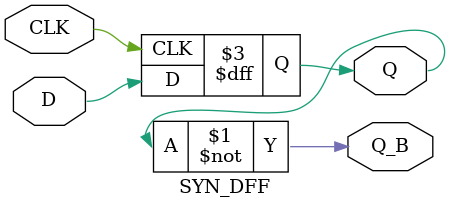
<source format=v>
/* Synchronization D Flip Flop */
module	SYN_DFF	(D, CLK, Q, Q_B);
input	D, CLK;
output	Q, Q_B;
reg 	Q;

	assign	Q_B = ~Q;
	always	@(posedge CLK)
		Q <= D;
endmodule		

</source>
